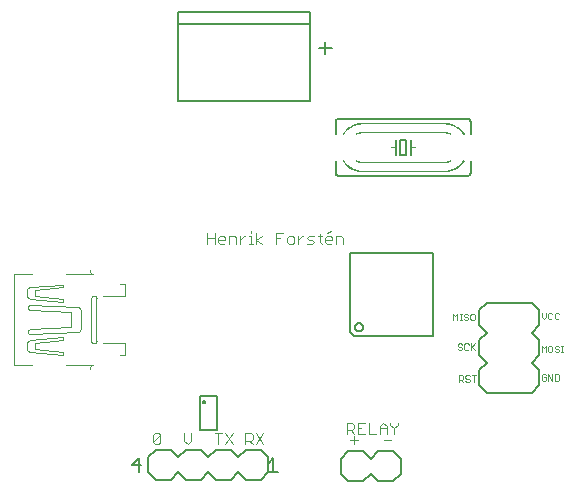
<source format=gto>
G75*
%MOIN*%
%OFA0B0*%
%FSLAX24Y24*%
%IPPOS*%
%LPD*%
%AMOC8*
5,1,8,0,0,1.08239X$1,22.5*
%
%ADD10C,0.0030*%
%ADD11C,0.0060*%
%ADD12C,0.0020*%
%ADD13C,0.0040*%
%ADD14C,0.0002*%
%ADD15C,0.0080*%
%ADD16C,0.0050*%
D10*
X006672Y002871D02*
X006611Y002932D01*
X006854Y003174D01*
X006854Y002932D01*
X006793Y002871D01*
X006672Y002871D01*
X006611Y002932D02*
X006611Y003174D01*
X006672Y003235D01*
X006793Y003235D01*
X006854Y003174D01*
X007635Y003235D02*
X007635Y002992D01*
X007756Y002871D01*
X007877Y002992D01*
X007877Y003235D01*
X008658Y003235D02*
X008901Y003235D01*
X009021Y003235D02*
X009263Y002871D01*
X009021Y002871D02*
X009263Y003235D01*
X009682Y003235D02*
X009682Y002871D01*
X009682Y002992D02*
X009864Y002992D01*
X009925Y003053D01*
X009925Y003174D01*
X009864Y003235D01*
X009682Y003235D01*
X009803Y002992D02*
X009925Y002871D01*
X010044Y002871D02*
X010287Y003235D01*
X010044Y003235D02*
X010287Y002871D01*
X008780Y002871D02*
X008780Y003235D01*
X013068Y003225D02*
X013068Y003589D01*
X013250Y003589D01*
X013310Y003529D01*
X013310Y003407D01*
X013250Y003347D01*
X013068Y003347D01*
X013189Y003347D02*
X013310Y003225D01*
X013307Y003135D02*
X013307Y002892D01*
X013186Y003014D02*
X013429Y003014D01*
X013430Y003225D02*
X013673Y003225D01*
X013793Y003225D02*
X014035Y003225D01*
X014155Y003225D02*
X014155Y003468D01*
X014277Y003589D01*
X014398Y003468D01*
X014398Y003225D01*
X014398Y003407D02*
X014155Y003407D01*
X014518Y003529D02*
X014639Y003407D01*
X014639Y003225D01*
X014639Y003407D02*
X014760Y003529D01*
X014760Y003589D01*
X014518Y003589D02*
X014518Y003529D01*
X014531Y003014D02*
X014288Y003014D01*
X013793Y003225D02*
X013793Y003589D01*
X013673Y003589D02*
X013430Y003589D01*
X013430Y003225D01*
X013430Y003407D02*
X013552Y003407D01*
X012948Y009564D02*
X012948Y009746D01*
X012887Y009806D01*
X012705Y009806D01*
X012705Y009564D01*
X012585Y009685D02*
X012343Y009685D01*
X012343Y009624D02*
X012343Y009746D01*
X012403Y009806D01*
X012525Y009806D01*
X012585Y009746D01*
X012585Y009685D01*
X012525Y009564D02*
X012403Y009564D01*
X012343Y009624D01*
X012222Y009564D02*
X012162Y009624D01*
X012162Y009867D01*
X012222Y009806D02*
X012101Y009806D01*
X011981Y009806D02*
X011799Y009806D01*
X011739Y009746D01*
X011799Y009685D01*
X011921Y009685D01*
X011981Y009624D01*
X011921Y009564D01*
X011739Y009564D01*
X011618Y009806D02*
X011558Y009806D01*
X011436Y009685D01*
X011436Y009564D02*
X011436Y009806D01*
X011317Y009746D02*
X011256Y009806D01*
X011135Y009806D01*
X011074Y009746D01*
X011074Y009624D01*
X011135Y009564D01*
X011256Y009564D01*
X011317Y009624D01*
X011317Y009746D01*
X010954Y009928D02*
X010711Y009928D01*
X010711Y009564D01*
X010711Y009746D02*
X010833Y009746D01*
X010229Y009806D02*
X010047Y009685D01*
X010229Y009564D01*
X010047Y009564D02*
X010047Y009928D01*
X009866Y009928D02*
X009866Y009988D01*
X009866Y009806D02*
X009866Y009564D01*
X009926Y009564D02*
X009805Y009564D01*
X009805Y009806D02*
X009866Y009806D01*
X009685Y009806D02*
X009624Y009806D01*
X009503Y009685D01*
X009503Y009564D02*
X009503Y009806D01*
X009383Y009746D02*
X009383Y009564D01*
X009383Y009746D02*
X009323Y009806D01*
X009141Y009806D01*
X009141Y009564D01*
X009021Y009685D02*
X008778Y009685D01*
X008778Y009624D02*
X008778Y009746D01*
X008839Y009806D01*
X008960Y009806D01*
X009021Y009746D01*
X009021Y009685D01*
X008960Y009564D02*
X008839Y009564D01*
X008778Y009624D01*
X008658Y009564D02*
X008658Y009928D01*
X008658Y009746D02*
X008415Y009746D01*
X008415Y009564D02*
X008415Y009928D01*
X012403Y009928D02*
X012525Y009988D01*
D11*
X013169Y009236D02*
X013169Y006616D01*
X013309Y006476D01*
X015929Y006476D01*
X015929Y009236D01*
X013169Y009236D01*
X013328Y006776D02*
X013330Y006799D01*
X013336Y006822D01*
X013345Y006843D01*
X013358Y006863D01*
X013374Y006880D01*
X013392Y006894D01*
X013412Y006905D01*
X013434Y006913D01*
X013457Y006917D01*
X013481Y006917D01*
X013504Y006913D01*
X013526Y006905D01*
X013546Y006894D01*
X013564Y006880D01*
X013580Y006863D01*
X013593Y006843D01*
X013602Y006822D01*
X013608Y006799D01*
X013610Y006776D01*
X013608Y006753D01*
X013602Y006730D01*
X013593Y006709D01*
X013580Y006689D01*
X013564Y006672D01*
X013546Y006658D01*
X013526Y006647D01*
X013504Y006639D01*
X013481Y006635D01*
X013457Y006635D01*
X013434Y006639D01*
X013412Y006647D01*
X013392Y006658D01*
X013374Y006672D01*
X013358Y006689D01*
X013345Y006709D01*
X013336Y006730D01*
X013330Y006753D01*
X013328Y006776D01*
X017486Y006834D02*
X017486Y007334D01*
X017736Y007584D01*
X019236Y007584D01*
X019486Y007334D01*
X019486Y006834D01*
X019236Y006584D01*
X019486Y006334D01*
X019486Y005834D01*
X019236Y005584D01*
X019486Y005334D01*
X019486Y004834D01*
X019236Y004584D01*
X017736Y004584D01*
X017486Y004834D01*
X017486Y005334D01*
X017736Y005584D01*
X017486Y005834D01*
X017486Y006334D01*
X017736Y006584D01*
X017486Y006834D01*
X017093Y011827D02*
X012793Y011827D01*
X012776Y011829D01*
X012759Y011833D01*
X012743Y011840D01*
X012729Y011850D01*
X012716Y011863D01*
X012706Y011877D01*
X012699Y011893D01*
X012695Y011910D01*
X012693Y011927D01*
X012693Y012327D01*
X012693Y013227D02*
X012693Y013627D01*
X012695Y013644D01*
X012699Y013661D01*
X012706Y013677D01*
X012716Y013691D01*
X012729Y013704D01*
X012743Y013714D01*
X012759Y013721D01*
X012776Y013725D01*
X012793Y013727D01*
X017093Y013727D01*
X017110Y013725D01*
X017127Y013721D01*
X017143Y013714D01*
X017157Y013704D01*
X017170Y013691D01*
X017180Y013677D01*
X017187Y013661D01*
X017191Y013644D01*
X017193Y013627D01*
X017193Y013227D01*
X017193Y012327D02*
X017193Y011927D01*
X017191Y011910D01*
X017187Y011893D01*
X017180Y011877D01*
X017170Y011863D01*
X017157Y011850D01*
X017143Y011840D01*
X017127Y011833D01*
X017110Y011829D01*
X017093Y011827D01*
X015193Y012527D02*
X015193Y012777D01*
X015193Y013027D01*
X015043Y013027D02*
X014843Y013027D01*
X014843Y012527D01*
X015043Y012527D01*
X015043Y013027D01*
X014693Y013027D02*
X014693Y012777D01*
X014693Y012527D01*
X012351Y015867D02*
X012351Y016294D01*
X012138Y016080D02*
X012565Y016080D01*
X010196Y002687D02*
X009696Y002687D01*
X009446Y002437D01*
X009196Y002687D01*
X008696Y002687D01*
X008446Y002437D01*
X008196Y002687D01*
X007696Y002687D01*
X007446Y002437D01*
X007196Y002687D01*
X006696Y002687D01*
X006446Y002437D01*
X006446Y001937D01*
X006696Y001687D01*
X007196Y001687D01*
X007446Y001937D01*
X007696Y001687D01*
X008196Y001687D01*
X008446Y001937D01*
X008696Y001687D01*
X009196Y001687D01*
X009446Y001937D01*
X009696Y001687D01*
X010196Y001687D01*
X010446Y001937D01*
X010446Y002437D01*
X010196Y002687D01*
D12*
X016606Y007000D02*
X016606Y007216D01*
X016678Y007144D01*
X016750Y007216D01*
X016750Y007000D01*
X016824Y007000D02*
X016896Y007000D01*
X016860Y007000D02*
X016860Y007216D01*
X016824Y007216D02*
X016896Y007216D01*
X016969Y007180D02*
X016969Y007144D01*
X017005Y007108D01*
X017077Y007108D01*
X017113Y007072D01*
X017113Y007036D01*
X017077Y007000D01*
X017005Y007000D01*
X016969Y007036D01*
X016969Y007180D02*
X017005Y007216D01*
X017077Y007216D01*
X017113Y007180D01*
X017186Y007180D02*
X017186Y007036D01*
X017222Y007000D01*
X017294Y007000D01*
X017330Y007036D01*
X017330Y007180D01*
X017294Y007216D01*
X017222Y007216D01*
X017186Y007180D01*
X017199Y006232D02*
X017199Y006016D01*
X017199Y006088D02*
X017343Y006232D01*
X017235Y006124D02*
X017343Y006016D01*
X017125Y006052D02*
X017089Y006016D01*
X017017Y006016D01*
X016981Y006052D01*
X016981Y006196D01*
X017017Y006232D01*
X017089Y006232D01*
X017125Y006196D01*
X016908Y006196D02*
X016872Y006232D01*
X016800Y006232D01*
X016764Y006196D01*
X016764Y006160D01*
X016800Y006124D01*
X016872Y006124D01*
X016908Y006088D01*
X016908Y006052D01*
X016872Y006016D01*
X016800Y006016D01*
X016764Y006052D01*
X016803Y005169D02*
X016911Y005169D01*
X016947Y005133D01*
X016947Y005061D01*
X016911Y005025D01*
X016803Y005025D01*
X016875Y005025D02*
X016947Y004953D01*
X017020Y004989D02*
X017056Y004953D01*
X017129Y004953D01*
X017165Y004989D01*
X017165Y005025D01*
X017129Y005061D01*
X017056Y005061D01*
X017020Y005097D01*
X017020Y005133D01*
X017056Y005169D01*
X017129Y005169D01*
X017165Y005133D01*
X017238Y005169D02*
X017382Y005169D01*
X017310Y005169D02*
X017310Y004953D01*
X016803Y004953D02*
X016803Y005169D01*
X019559Y005172D02*
X019559Y005028D01*
X019595Y004992D01*
X019667Y004992D01*
X019703Y005028D01*
X019703Y005100D01*
X019631Y005100D01*
X019703Y005172D02*
X019667Y005208D01*
X019595Y005208D01*
X019559Y005172D01*
X019776Y005208D02*
X019776Y004992D01*
X019921Y004992D02*
X019776Y005208D01*
X019921Y005208D02*
X019921Y004992D01*
X019994Y004992D02*
X020102Y004992D01*
X020138Y005028D01*
X020138Y005172D01*
X020102Y005208D01*
X019994Y005208D01*
X019994Y004992D01*
X020030Y005937D02*
X019994Y005973D01*
X020030Y005937D02*
X020102Y005937D01*
X020138Y005973D01*
X020138Y006009D01*
X020102Y006045D01*
X020030Y006045D01*
X019994Y006081D01*
X019994Y006117D01*
X020030Y006153D01*
X020102Y006153D01*
X020138Y006117D01*
X020211Y006153D02*
X020283Y006153D01*
X020247Y006153D02*
X020247Y005937D01*
X020211Y005937D02*
X020283Y005937D01*
X019921Y005973D02*
X019921Y006117D01*
X019885Y006153D01*
X019812Y006153D01*
X019776Y006117D01*
X019776Y005973D01*
X019812Y005937D01*
X019885Y005937D01*
X019921Y005973D01*
X019703Y005937D02*
X019703Y006153D01*
X019631Y006081D01*
X019559Y006153D01*
X019559Y005937D01*
X019631Y007039D02*
X019703Y007111D01*
X019703Y007256D01*
X019776Y007219D02*
X019776Y007075D01*
X019812Y007039D01*
X019885Y007039D01*
X019921Y007075D01*
X019994Y007075D02*
X020030Y007039D01*
X020102Y007039D01*
X020138Y007075D01*
X019994Y007075D02*
X019994Y007219D01*
X020030Y007256D01*
X020102Y007256D01*
X020138Y007219D01*
X019921Y007219D02*
X019885Y007256D01*
X019812Y007256D01*
X019776Y007219D01*
X019559Y007256D02*
X019559Y007111D01*
X019631Y007039D01*
X016293Y011977D02*
X013593Y011977D01*
X013593Y012277D02*
X016293Y012277D01*
X016293Y013277D02*
X013593Y013277D01*
X013593Y013577D02*
X016293Y013577D01*
X015343Y012777D02*
X015193Y012777D01*
X014693Y012777D02*
X014543Y012777D01*
D13*
X001983Y005517D02*
X001983Y005517D01*
X002575Y005517D01*
X002514Y005946D02*
X003597Y005864D01*
X003597Y005946D01*
X002657Y006048D01*
X002657Y006253D01*
X003597Y006355D01*
X003597Y006436D01*
X002514Y006334D01*
X002514Y006335D02*
X002495Y006331D01*
X002476Y006325D01*
X002459Y006315D01*
X002443Y006303D01*
X002430Y006288D01*
X002419Y006271D01*
X002412Y006253D01*
X002412Y006028D02*
X002419Y006010D01*
X002430Y005993D01*
X002443Y005978D01*
X002459Y005966D01*
X002476Y005956D01*
X002495Y005950D01*
X002514Y005946D01*
X002412Y006028D02*
X002403Y006065D01*
X002397Y006102D01*
X002395Y006140D01*
X002397Y006178D01*
X002403Y006215D01*
X002412Y006252D01*
X002514Y006539D02*
X004108Y006620D01*
X004126Y006623D01*
X004143Y006630D01*
X004158Y006639D01*
X004171Y006652D01*
X004180Y006667D01*
X004187Y006684D01*
X004190Y006702D01*
X004190Y007356D01*
X004187Y007374D01*
X004180Y007391D01*
X004171Y007406D01*
X004158Y007419D01*
X004143Y007428D01*
X004126Y007435D01*
X004108Y007438D01*
X002514Y007520D01*
X002498Y007518D01*
X002483Y007514D01*
X002468Y007506D01*
X002456Y007496D01*
X002446Y007484D01*
X002438Y007469D01*
X002434Y007454D01*
X002432Y007438D01*
X002432Y007438D01*
X002434Y007422D01*
X002438Y007407D01*
X002446Y007392D01*
X002456Y007380D01*
X002468Y007370D01*
X002483Y007362D01*
X002498Y007358D01*
X002514Y007356D01*
X003863Y007274D01*
X003863Y006784D01*
X002514Y006702D01*
X002498Y006700D01*
X002483Y006696D01*
X002468Y006688D01*
X002456Y006678D01*
X002446Y006666D01*
X002438Y006651D01*
X002434Y006636D01*
X002432Y006620D01*
X002434Y006604D01*
X002438Y006589D01*
X002446Y006574D01*
X002456Y006562D01*
X002468Y006552D01*
X002483Y006544D01*
X002498Y006540D01*
X002514Y006538D01*
X001983Y005517D02*
X001983Y008542D01*
X002575Y008542D01*
X002514Y008112D02*
X003597Y008194D01*
X003597Y008112D01*
X002657Y008010D01*
X002657Y007806D01*
X003597Y007704D01*
X003597Y007622D01*
X002514Y007724D01*
X002495Y007728D01*
X002476Y007734D01*
X002459Y007744D01*
X002443Y007756D01*
X002430Y007771D01*
X002419Y007788D01*
X002412Y007806D01*
X002412Y008031D02*
X002419Y008049D01*
X002430Y008066D01*
X002443Y008081D01*
X002459Y008093D01*
X002476Y008103D01*
X002495Y008109D01*
X002514Y008113D01*
X002412Y008030D02*
X002403Y007993D01*
X002397Y007956D01*
X002395Y007918D01*
X002397Y007880D01*
X002403Y007843D01*
X002412Y007806D01*
X003690Y008542D02*
X004599Y008542D01*
X004599Y008541D02*
X004583Y008543D01*
X004568Y008547D01*
X004553Y008555D01*
X004541Y008565D01*
X004531Y008577D01*
X004523Y008592D01*
X004519Y008607D01*
X004517Y008623D01*
X004517Y008685D01*
X004640Y007826D02*
X004640Y007826D01*
X004640Y007827D02*
X004656Y007825D01*
X004671Y007821D01*
X004686Y007813D01*
X004698Y007803D01*
X004708Y007791D01*
X004716Y007776D01*
X004720Y007761D01*
X004722Y007745D01*
X004721Y007744D02*
X004721Y006314D01*
X004722Y006314D02*
X004720Y006298D01*
X004716Y006283D01*
X004708Y006268D01*
X004698Y006256D01*
X004686Y006246D01*
X004671Y006238D01*
X004656Y006234D01*
X004640Y006232D01*
X004620Y006234D01*
X004601Y006240D01*
X004583Y006249D01*
X004568Y006262D01*
X004555Y006277D01*
X004546Y006295D01*
X004540Y006314D01*
X004538Y006334D01*
X004537Y006334D02*
X004537Y007724D01*
X004538Y007724D02*
X004540Y007744D01*
X004546Y007763D01*
X004555Y007781D01*
X004568Y007796D01*
X004583Y007809D01*
X004601Y007818D01*
X004620Y007824D01*
X004640Y007826D01*
X004926Y007826D02*
X005661Y007826D01*
X005682Y007826D02*
X005682Y008215D01*
X005661Y008215D02*
X005518Y008215D01*
X005661Y006232D02*
X004926Y006232D01*
X005518Y005844D02*
X005661Y005844D01*
X005682Y005844D02*
X005682Y006232D01*
X004599Y005517D02*
X003690Y005517D01*
X004517Y005435D02*
X004517Y005374D01*
X004517Y005435D02*
X004519Y005451D01*
X004523Y005466D01*
X004531Y005481D01*
X004541Y005493D01*
X004553Y005503D01*
X004568Y005511D01*
X004583Y005515D01*
X004599Y005517D01*
D14*
X012925Y012322D02*
X012940Y012332D01*
X012940Y012331D02*
X012972Y012287D01*
X013007Y012245D01*
X013046Y012206D01*
X013087Y012169D01*
X013130Y012136D01*
X013175Y012105D01*
X013223Y012078D01*
X013272Y012054D01*
X013323Y012033D01*
X013375Y012017D01*
X013429Y012003D01*
X013483Y011994D01*
X013537Y011988D01*
X013592Y011986D01*
X013593Y011969D01*
X013592Y011968D01*
X013536Y011970D01*
X013480Y011976D01*
X013425Y011986D01*
X013370Y011999D01*
X013317Y012016D01*
X013265Y012037D01*
X013215Y012062D01*
X013166Y012090D01*
X013119Y012121D01*
X013075Y012156D01*
X013033Y012193D01*
X012994Y012233D01*
X012958Y012276D01*
X012925Y012321D01*
X012926Y012322D01*
X012959Y012277D01*
X012995Y012234D01*
X013034Y012194D01*
X013076Y012156D01*
X013120Y012122D01*
X013167Y012091D01*
X013215Y012063D01*
X013266Y012038D01*
X013317Y012017D01*
X013371Y012000D01*
X013425Y011987D01*
X013480Y011977D01*
X013536Y011971D01*
X013592Y011969D01*
X013592Y011970D01*
X013536Y011972D01*
X013480Y011978D01*
X013425Y011988D01*
X013371Y012001D01*
X013318Y012018D01*
X013266Y012039D01*
X013216Y012064D01*
X013167Y012092D01*
X013121Y012123D01*
X013076Y012157D01*
X013035Y012194D01*
X012996Y012234D01*
X012959Y012277D01*
X012926Y012322D01*
X012927Y012323D01*
X012960Y012278D01*
X012996Y012235D01*
X013035Y012195D01*
X013077Y012158D01*
X013121Y012124D01*
X013168Y012092D01*
X013216Y012065D01*
X013266Y012040D01*
X013318Y012019D01*
X013371Y012002D01*
X013426Y011989D01*
X013481Y011979D01*
X013536Y011973D01*
X013592Y011971D01*
X013592Y011972D01*
X013536Y011974D01*
X013481Y011980D01*
X013426Y011990D01*
X013372Y012003D01*
X013318Y012020D01*
X013267Y012041D01*
X013217Y012065D01*
X013168Y012093D01*
X013122Y012124D01*
X013078Y012159D01*
X013036Y012196D01*
X012997Y012236D01*
X012961Y012278D01*
X012928Y012323D01*
X012929Y012324D01*
X012962Y012279D01*
X012998Y012236D01*
X013037Y012197D01*
X013078Y012159D01*
X013122Y012125D01*
X013169Y012094D01*
X013217Y012066D01*
X013267Y012042D01*
X013319Y012021D01*
X013372Y012004D01*
X013426Y011991D01*
X013481Y011981D01*
X013536Y011975D01*
X013592Y011973D01*
X013592Y011974D01*
X013536Y011976D01*
X013481Y011982D01*
X013426Y011992D01*
X013372Y012005D01*
X013319Y012022D01*
X013268Y012043D01*
X013217Y012067D01*
X013169Y012095D01*
X013123Y012126D01*
X013079Y012160D01*
X013037Y012197D01*
X012999Y012237D01*
X012963Y012280D01*
X012930Y012324D01*
X012930Y012325D01*
X012963Y012280D01*
X012999Y012238D01*
X013038Y012198D01*
X013080Y012161D01*
X013124Y012127D01*
X013170Y012096D01*
X013218Y012068D01*
X013268Y012044D01*
X013320Y012023D01*
X013372Y012006D01*
X013426Y011992D01*
X013481Y011983D01*
X013536Y011977D01*
X013592Y011975D01*
X013592Y011976D01*
X013537Y011978D01*
X013481Y011984D01*
X013427Y011993D01*
X013373Y012007D01*
X013320Y012024D01*
X013268Y012045D01*
X013218Y012069D01*
X013170Y012097D01*
X013124Y012128D01*
X013080Y012162D01*
X013039Y012199D01*
X013000Y012238D01*
X012964Y012281D01*
X012931Y012326D01*
X012932Y012326D01*
X012965Y012281D01*
X013001Y012239D01*
X013039Y012199D01*
X013081Y012162D01*
X013125Y012128D01*
X013171Y012098D01*
X013219Y012070D01*
X013269Y012046D01*
X013320Y012025D01*
X013373Y012008D01*
X013427Y011994D01*
X013481Y011985D01*
X013537Y011979D01*
X013592Y011977D01*
X013592Y011978D01*
X013537Y011980D01*
X013482Y011986D01*
X013427Y011995D01*
X013373Y012009D01*
X013321Y012026D01*
X013269Y012047D01*
X013219Y012071D01*
X013171Y012098D01*
X013125Y012129D01*
X013081Y012163D01*
X013040Y012200D01*
X013002Y012240D01*
X012966Y012282D01*
X012933Y012327D01*
X012934Y012327D01*
X012967Y012283D01*
X013002Y012240D01*
X013041Y012201D01*
X013082Y012164D01*
X013126Y012130D01*
X013172Y012099D01*
X013220Y012072D01*
X013270Y012047D01*
X013321Y012027D01*
X013374Y012010D01*
X013427Y011996D01*
X013482Y011987D01*
X013537Y011981D01*
X013592Y011979D01*
X013592Y011980D01*
X013537Y011982D01*
X013482Y011988D01*
X013427Y011997D01*
X013374Y012011D01*
X013321Y012028D01*
X013270Y012048D01*
X013220Y012073D01*
X013172Y012100D01*
X013126Y012131D01*
X013083Y012165D01*
X013042Y012202D01*
X013003Y012241D01*
X012967Y012283D01*
X012935Y012328D01*
X012968Y012284D01*
X013004Y012242D01*
X013042Y012202D01*
X013083Y012165D01*
X013127Y012132D01*
X013173Y012101D01*
X013221Y012073D01*
X013270Y012049D01*
X013322Y012029D01*
X013374Y012012D01*
X013428Y011998D01*
X013482Y011989D01*
X013537Y011983D01*
X013592Y011981D01*
X013592Y011982D01*
X013537Y011984D01*
X013482Y011990D01*
X013428Y011999D01*
X013374Y012013D01*
X013322Y012030D01*
X013271Y012050D01*
X013221Y012074D01*
X013173Y012102D01*
X013128Y012132D01*
X013084Y012166D01*
X013043Y012203D01*
X013005Y012242D01*
X012969Y012285D01*
X012936Y012329D01*
X012937Y012330D01*
X012970Y012285D01*
X013005Y012243D01*
X013044Y012204D01*
X013085Y012167D01*
X013128Y012133D01*
X013174Y012103D01*
X013222Y012075D01*
X013271Y012051D01*
X013322Y012031D01*
X013375Y012014D01*
X013428Y012000D01*
X013482Y011991D01*
X013537Y011985D01*
X013592Y011983D01*
X013592Y011984D01*
X013537Y011986D01*
X013482Y011992D01*
X013428Y012001D01*
X013375Y012015D01*
X013323Y012032D01*
X013272Y012052D01*
X013222Y012076D01*
X013174Y012103D01*
X013129Y012134D01*
X013085Y012168D01*
X013044Y012204D01*
X013006Y012244D01*
X012970Y012286D01*
X012938Y012330D01*
X012939Y012331D01*
X012971Y012286D01*
X013007Y012245D01*
X013045Y012205D01*
X013086Y012169D01*
X013129Y012135D01*
X013175Y012104D01*
X013223Y012077D01*
X013272Y012053D01*
X013323Y012032D01*
X013375Y012016D01*
X013428Y012002D01*
X013483Y011993D01*
X013537Y011987D01*
X013592Y011985D01*
X013592Y013585D02*
X013592Y013567D01*
X013592Y013568D02*
X013537Y013566D01*
X013483Y013560D01*
X013429Y013551D01*
X013375Y013537D01*
X013323Y013521D01*
X013272Y013500D01*
X013223Y013476D01*
X013175Y013449D01*
X013130Y013418D01*
X013087Y013385D01*
X013046Y013348D01*
X013007Y013309D01*
X012972Y013267D01*
X012940Y013223D01*
X012925Y013232D01*
X012925Y013233D01*
X012958Y013278D01*
X012994Y013321D01*
X013033Y013361D01*
X013075Y013398D01*
X013119Y013433D01*
X013166Y013464D01*
X013215Y013492D01*
X013265Y013517D01*
X013317Y013537D01*
X013370Y013555D01*
X013425Y013568D01*
X013480Y013578D01*
X013536Y013584D01*
X013592Y013586D01*
X013592Y013585D01*
X013536Y013583D01*
X013480Y013577D01*
X013425Y013567D01*
X013371Y013554D01*
X013317Y013537D01*
X013265Y013516D01*
X013215Y013491D01*
X013166Y013463D01*
X013120Y013432D01*
X013076Y013398D01*
X013034Y013360D01*
X012995Y013320D01*
X012959Y013277D01*
X012925Y013232D01*
X012926Y013232D01*
X012959Y013277D01*
X012996Y013320D01*
X013035Y013360D01*
X013076Y013397D01*
X013121Y013431D01*
X013167Y013462D01*
X013216Y013490D01*
X013266Y013515D01*
X013318Y013536D01*
X013371Y013553D01*
X013425Y013566D01*
X013480Y013576D01*
X013536Y013582D01*
X013592Y013584D01*
X013592Y013583D01*
X013536Y013581D01*
X013481Y013575D01*
X013425Y013565D01*
X013371Y013552D01*
X013318Y013535D01*
X013266Y013514D01*
X013216Y013489D01*
X013168Y013462D01*
X013121Y013430D01*
X013077Y013396D01*
X013035Y013359D01*
X012996Y013319D01*
X012960Y013276D01*
X012927Y013231D01*
X012928Y013231D01*
X012961Y013276D01*
X012997Y013318D01*
X013036Y013358D01*
X013078Y013395D01*
X013122Y013430D01*
X013168Y013461D01*
X013216Y013489D01*
X013267Y013513D01*
X013318Y013534D01*
X013372Y013551D01*
X013426Y013564D01*
X013481Y013574D01*
X013536Y013580D01*
X013592Y013582D01*
X013592Y013581D01*
X013536Y013579D01*
X013481Y013573D01*
X013426Y013563D01*
X013372Y013550D01*
X013319Y013533D01*
X013267Y013512D01*
X013217Y013488D01*
X013169Y013460D01*
X013122Y013429D01*
X013078Y013395D01*
X013037Y013357D01*
X012998Y013318D01*
X012962Y013275D01*
X012929Y013230D01*
X012930Y013229D01*
X012963Y013274D01*
X012999Y013317D01*
X013037Y013357D01*
X013079Y013394D01*
X013123Y013428D01*
X013169Y013459D01*
X013217Y013487D01*
X013267Y013511D01*
X013319Y013532D01*
X013372Y013549D01*
X013426Y013562D01*
X013481Y013572D01*
X013536Y013578D01*
X013592Y013580D01*
X013592Y013579D01*
X013536Y013577D01*
X013481Y013571D01*
X013426Y013561D01*
X013372Y013548D01*
X013319Y013531D01*
X013268Y013510D01*
X013218Y013486D01*
X013170Y013458D01*
X013123Y013427D01*
X013080Y013393D01*
X013038Y013356D01*
X012999Y013316D01*
X012963Y013274D01*
X012930Y013229D01*
X012931Y013228D01*
X012964Y013273D01*
X013000Y013316D01*
X013039Y013355D01*
X013080Y013392D01*
X013124Y013426D01*
X013170Y013457D01*
X013218Y013485D01*
X013268Y013509D01*
X013320Y013530D01*
X013373Y013547D01*
X013427Y013561D01*
X013481Y013570D01*
X013536Y013576D01*
X013592Y013578D01*
X013592Y013577D01*
X013537Y013575D01*
X013481Y013569D01*
X013427Y013560D01*
X013373Y013546D01*
X013320Y013529D01*
X013269Y013508D01*
X013219Y013484D01*
X013171Y013456D01*
X013125Y013426D01*
X013081Y013392D01*
X013039Y013355D01*
X013001Y013315D01*
X012965Y013272D01*
X012932Y013228D01*
X012933Y013227D01*
X012966Y013272D01*
X013002Y013314D01*
X013040Y013354D01*
X013081Y013391D01*
X013125Y013425D01*
X013171Y013456D01*
X013219Y013483D01*
X013269Y013507D01*
X013320Y013528D01*
X013373Y013545D01*
X013427Y013559D01*
X013481Y013568D01*
X013537Y013574D01*
X013592Y013576D01*
X013592Y013575D01*
X013537Y013573D01*
X013482Y013567D01*
X013427Y013558D01*
X013373Y013544D01*
X013321Y013527D01*
X013269Y013506D01*
X013220Y013482D01*
X013172Y013455D01*
X013126Y013424D01*
X013082Y013390D01*
X013041Y013353D01*
X013002Y013313D01*
X012966Y013271D01*
X012934Y013227D01*
X012935Y013226D01*
X012967Y013271D01*
X013003Y013313D01*
X013042Y013352D01*
X013083Y013389D01*
X013126Y013423D01*
X013172Y013454D01*
X013220Y013481D01*
X013270Y013506D01*
X013321Y013526D01*
X013374Y013543D01*
X013427Y013557D01*
X013482Y013566D01*
X013537Y013572D01*
X013592Y013574D01*
X013592Y013573D01*
X013537Y013571D01*
X013482Y013565D01*
X013428Y013556D01*
X013374Y013542D01*
X013322Y013525D01*
X013270Y013505D01*
X013221Y013481D01*
X013173Y013453D01*
X013127Y013422D01*
X013083Y013388D01*
X013042Y013352D01*
X013004Y013312D01*
X012968Y013270D01*
X012935Y013226D01*
X012936Y013225D01*
X012969Y013269D01*
X013004Y013311D01*
X013043Y013351D01*
X013084Y013388D01*
X013128Y013422D01*
X013173Y013452D01*
X013221Y013480D01*
X013271Y013504D01*
X013322Y013524D01*
X013374Y013541D01*
X013428Y013555D01*
X013482Y013564D01*
X013537Y013570D01*
X013592Y013572D01*
X013592Y013571D01*
X013537Y013569D01*
X013482Y013563D01*
X013428Y013554D01*
X013375Y013540D01*
X013322Y013523D01*
X013271Y013503D01*
X013222Y013479D01*
X013174Y013451D01*
X013128Y013421D01*
X013085Y013387D01*
X013044Y013350D01*
X013005Y013311D01*
X012970Y013269D01*
X012937Y013224D01*
X012938Y013224D01*
X012970Y013268D01*
X013006Y013310D01*
X013044Y013350D01*
X013085Y013386D01*
X013129Y013420D01*
X013174Y013451D01*
X013222Y013478D01*
X013272Y013502D01*
X013323Y013522D01*
X013375Y013539D01*
X013428Y013553D01*
X013482Y013562D01*
X013537Y013568D01*
X013592Y013570D01*
X013592Y013569D01*
X013537Y013567D01*
X013482Y013561D01*
X013428Y013552D01*
X013375Y013538D01*
X013323Y013522D01*
X013272Y013501D01*
X013223Y013477D01*
X013175Y013450D01*
X013129Y013419D01*
X013086Y013385D01*
X013045Y013349D01*
X013007Y013309D01*
X012971Y013268D01*
X012939Y013223D01*
X013373Y012319D02*
X013380Y012335D01*
X013420Y012317D01*
X013462Y012304D01*
X013505Y012294D01*
X013548Y012288D01*
X013592Y012286D01*
X013593Y012269D01*
X013592Y012268D01*
X013554Y012269D01*
X013516Y012274D01*
X013479Y012281D01*
X013443Y012291D01*
X013407Y012303D01*
X013372Y012318D01*
X013372Y012319D01*
X013407Y012304D01*
X013443Y012292D01*
X013479Y012282D01*
X013517Y012275D01*
X013554Y012270D01*
X013592Y012269D01*
X013592Y012270D01*
X013554Y012271D01*
X013517Y012276D01*
X013480Y012283D01*
X013443Y012293D01*
X013408Y012305D01*
X013373Y012320D01*
X013373Y012321D01*
X013408Y012306D01*
X013443Y012294D01*
X013480Y012284D01*
X013517Y012277D01*
X013554Y012272D01*
X013592Y012271D01*
X013592Y012272D01*
X013554Y012273D01*
X013517Y012278D01*
X013480Y012285D01*
X013444Y012295D01*
X013408Y012307D01*
X013374Y012322D01*
X013374Y012323D01*
X013409Y012308D01*
X013444Y012296D01*
X013480Y012286D01*
X013517Y012279D01*
X013554Y012274D01*
X013592Y012273D01*
X013592Y012274D01*
X013555Y012275D01*
X013517Y012280D01*
X013481Y012287D01*
X013444Y012296D01*
X013409Y012309D01*
X013375Y012324D01*
X013375Y012325D01*
X013409Y012310D01*
X013445Y012297D01*
X013481Y012288D01*
X013517Y012281D01*
X013555Y012276D01*
X013592Y012275D01*
X013592Y012276D01*
X013555Y012277D01*
X013518Y012282D01*
X013481Y012289D01*
X013445Y012298D01*
X013410Y012311D01*
X013376Y012326D01*
X013376Y012327D01*
X013410Y012312D01*
X013445Y012299D01*
X013481Y012290D01*
X013518Y012283D01*
X013555Y012278D01*
X013592Y012277D01*
X013592Y012278D01*
X013555Y012279D01*
X013518Y012284D01*
X013481Y012291D01*
X013446Y012300D01*
X013410Y012313D01*
X013376Y012327D01*
X013377Y012328D01*
X013411Y012314D01*
X013446Y012301D01*
X013482Y012292D01*
X013518Y012285D01*
X013555Y012280D01*
X013592Y012279D01*
X013592Y012280D01*
X013555Y012281D01*
X013518Y012286D01*
X013482Y012293D01*
X013446Y012302D01*
X013411Y012314D01*
X013377Y012329D01*
X013378Y012330D01*
X013418Y012313D01*
X013461Y012299D01*
X013504Y012289D01*
X013548Y012283D01*
X013592Y012281D01*
X013592Y012282D01*
X013548Y012284D01*
X013504Y012290D01*
X013461Y012300D01*
X013419Y012314D01*
X013378Y012331D01*
X013379Y012332D01*
X013419Y012315D01*
X013461Y012301D01*
X013504Y012291D01*
X013548Y012285D01*
X013592Y012283D01*
X013592Y012284D01*
X013548Y012286D01*
X013504Y012292D01*
X013461Y012302D01*
X013420Y012316D01*
X013379Y012333D01*
X013379Y012334D01*
X013420Y012316D01*
X013462Y012303D01*
X013505Y012293D01*
X013548Y012287D01*
X013592Y012285D01*
X013593Y013285D02*
X013593Y013267D01*
X013592Y013268D02*
X013548Y013266D01*
X013505Y013260D01*
X013462Y013250D01*
X013420Y013237D01*
X013380Y013219D01*
X013373Y013235D01*
X013372Y013236D01*
X013407Y013251D01*
X013443Y013263D01*
X013479Y013273D01*
X013516Y013280D01*
X013554Y013285D01*
X013592Y013286D01*
X013592Y013285D01*
X013554Y013284D01*
X013517Y013279D01*
X013479Y013272D01*
X013443Y013262D01*
X013407Y013250D01*
X013372Y013235D01*
X013373Y013234D01*
X013408Y013249D01*
X013443Y013261D01*
X013480Y013271D01*
X013517Y013278D01*
X013554Y013283D01*
X013592Y013284D01*
X013592Y013283D01*
X013554Y013282D01*
X013517Y013277D01*
X013480Y013270D01*
X013443Y013260D01*
X013408Y013248D01*
X013373Y013233D01*
X013374Y013232D01*
X013408Y013247D01*
X013444Y013259D01*
X013480Y013269D01*
X013517Y013276D01*
X013554Y013281D01*
X013592Y013282D01*
X013592Y013281D01*
X013554Y013280D01*
X013517Y013275D01*
X013480Y013268D01*
X013444Y013258D01*
X013409Y013246D01*
X013374Y013231D01*
X013375Y013230D01*
X013409Y013245D01*
X013444Y013258D01*
X013481Y013267D01*
X013517Y013274D01*
X013555Y013279D01*
X013592Y013280D01*
X013592Y013279D01*
X013555Y013278D01*
X013517Y013273D01*
X013481Y013266D01*
X013445Y013257D01*
X013409Y013244D01*
X013375Y013229D01*
X013376Y013228D01*
X013410Y013243D01*
X013445Y013256D01*
X013481Y013265D01*
X013518Y013272D01*
X013555Y013277D01*
X013592Y013278D01*
X013592Y013277D01*
X013555Y013276D01*
X013518Y013271D01*
X013481Y013264D01*
X013445Y013255D01*
X013410Y013242D01*
X013376Y013227D01*
X013410Y013241D01*
X013446Y013254D01*
X013481Y013263D01*
X013518Y013270D01*
X013555Y013275D01*
X013592Y013276D01*
X013592Y013275D01*
X013555Y013274D01*
X013518Y013269D01*
X013482Y013262D01*
X013446Y013253D01*
X013411Y013240D01*
X013377Y013226D01*
X013377Y013225D01*
X013411Y013240D01*
X013446Y013252D01*
X013482Y013261D01*
X013518Y013268D01*
X013555Y013273D01*
X013592Y013274D01*
X013592Y013273D01*
X013548Y013271D01*
X013504Y013265D01*
X013461Y013255D01*
X013418Y013241D01*
X013378Y013224D01*
X013378Y013223D01*
X013419Y013240D01*
X013461Y013254D01*
X013504Y013264D01*
X013548Y013270D01*
X013592Y013272D01*
X013592Y013271D01*
X013548Y013269D01*
X013504Y013263D01*
X013461Y013253D01*
X013419Y013239D01*
X013379Y013222D01*
X013379Y013221D01*
X013420Y013238D01*
X013461Y013252D01*
X013504Y013262D01*
X013548Y013268D01*
X013592Y013270D01*
X013592Y013269D01*
X013548Y013267D01*
X013505Y013261D01*
X013462Y013251D01*
X013420Y013238D01*
X013379Y013220D01*
X016293Y011969D02*
X016293Y011987D01*
X016293Y011986D02*
X016348Y011988D01*
X016402Y011994D01*
X016456Y012003D01*
X016510Y012017D01*
X016562Y012033D01*
X016613Y012054D01*
X016662Y012078D01*
X016710Y012105D01*
X016755Y012136D01*
X016798Y012169D01*
X016839Y012206D01*
X016878Y012245D01*
X016913Y012287D01*
X016945Y012331D01*
X016960Y012322D01*
X016960Y012321D01*
X016927Y012276D01*
X016891Y012233D01*
X016852Y012193D01*
X016810Y012156D01*
X016766Y012121D01*
X016719Y012090D01*
X016670Y012062D01*
X016620Y012037D01*
X016568Y012017D01*
X016515Y011999D01*
X016460Y011986D01*
X016405Y011976D01*
X016349Y011970D01*
X016293Y011968D01*
X016293Y011969D01*
X016349Y011971D01*
X016405Y011977D01*
X016460Y011987D01*
X016514Y012000D01*
X016568Y012017D01*
X016620Y012038D01*
X016670Y012063D01*
X016719Y012091D01*
X016765Y012122D01*
X016809Y012156D01*
X016851Y012194D01*
X016890Y012234D01*
X016926Y012277D01*
X016960Y012322D01*
X016959Y012322D01*
X016926Y012277D01*
X016889Y012234D01*
X016850Y012194D01*
X016809Y012157D01*
X016764Y012123D01*
X016718Y012092D01*
X016669Y012064D01*
X016619Y012039D01*
X016567Y012018D01*
X016514Y012001D01*
X016460Y011988D01*
X016405Y011978D01*
X016349Y011972D01*
X016293Y011970D01*
X016293Y011971D01*
X016349Y011973D01*
X016404Y011979D01*
X016459Y011989D01*
X016514Y012002D01*
X016567Y012019D01*
X016619Y012040D01*
X016669Y012065D01*
X016717Y012092D01*
X016764Y012124D01*
X016808Y012158D01*
X016850Y012195D01*
X016889Y012235D01*
X016925Y012278D01*
X016958Y012323D01*
X016957Y012323D01*
X016924Y012278D01*
X016888Y012236D01*
X016849Y012196D01*
X016807Y012159D01*
X016763Y012124D01*
X016717Y012093D01*
X016669Y012065D01*
X016618Y012041D01*
X016567Y012020D01*
X016513Y012003D01*
X016459Y011990D01*
X016404Y011980D01*
X016349Y011974D01*
X016293Y011972D01*
X016293Y011973D01*
X016349Y011975D01*
X016404Y011981D01*
X016459Y011991D01*
X016513Y012004D01*
X016566Y012021D01*
X016618Y012042D01*
X016668Y012066D01*
X016716Y012094D01*
X016763Y012125D01*
X016807Y012159D01*
X016848Y012197D01*
X016887Y012236D01*
X016923Y012279D01*
X016956Y012324D01*
X016955Y012325D01*
X016922Y012280D01*
X016886Y012237D01*
X016848Y012197D01*
X016806Y012160D01*
X016762Y012126D01*
X016716Y012095D01*
X016668Y012067D01*
X016618Y012043D01*
X016566Y012022D01*
X016513Y012005D01*
X016459Y011992D01*
X016404Y011982D01*
X016349Y011976D01*
X016293Y011974D01*
X016293Y011975D01*
X016349Y011977D01*
X016404Y011983D01*
X016459Y011993D01*
X016513Y012006D01*
X016566Y012023D01*
X016617Y012044D01*
X016667Y012068D01*
X016715Y012096D01*
X016762Y012127D01*
X016805Y012161D01*
X016847Y012198D01*
X016886Y012238D01*
X016922Y012280D01*
X016955Y012325D01*
X016954Y012326D01*
X016921Y012281D01*
X016885Y012238D01*
X016846Y012199D01*
X016805Y012162D01*
X016761Y012128D01*
X016715Y012097D01*
X016667Y012069D01*
X016617Y012045D01*
X016565Y012024D01*
X016512Y012007D01*
X016458Y011993D01*
X016404Y011984D01*
X016349Y011978D01*
X016293Y011976D01*
X016293Y011977D01*
X016348Y011979D01*
X016404Y011985D01*
X016458Y011994D01*
X016512Y012008D01*
X016565Y012025D01*
X016616Y012046D01*
X016666Y012070D01*
X016714Y012098D01*
X016760Y012128D01*
X016804Y012162D01*
X016846Y012199D01*
X016884Y012239D01*
X016920Y012281D01*
X016953Y012326D01*
X016952Y012327D01*
X016919Y012282D01*
X016883Y012240D01*
X016845Y012200D01*
X016804Y012163D01*
X016760Y012129D01*
X016714Y012098D01*
X016666Y012071D01*
X016616Y012047D01*
X016564Y012026D01*
X016512Y012009D01*
X016458Y011995D01*
X016403Y011986D01*
X016348Y011980D01*
X016293Y011978D01*
X016293Y011979D01*
X016348Y011981D01*
X016403Y011987D01*
X016458Y011996D01*
X016512Y012010D01*
X016564Y012027D01*
X016615Y012048D01*
X016665Y012072D01*
X016713Y012099D01*
X016759Y012130D01*
X016803Y012164D01*
X016844Y012201D01*
X016883Y012240D01*
X016918Y012283D01*
X016951Y012327D01*
X016950Y012328D01*
X016918Y012283D01*
X016882Y012241D01*
X016843Y012202D01*
X016802Y012165D01*
X016759Y012131D01*
X016713Y012100D01*
X016665Y012073D01*
X016615Y012048D01*
X016564Y012028D01*
X016511Y012011D01*
X016458Y011997D01*
X016403Y011988D01*
X016348Y011982D01*
X016293Y011980D01*
X016293Y011981D01*
X016348Y011983D01*
X016403Y011989D01*
X016457Y011998D01*
X016511Y012012D01*
X016563Y012029D01*
X016615Y012049D01*
X016664Y012073D01*
X016712Y012101D01*
X016758Y012132D01*
X016802Y012166D01*
X016843Y012202D01*
X016881Y012242D01*
X016917Y012284D01*
X016950Y012328D01*
X016949Y012329D01*
X016916Y012285D01*
X016881Y012243D01*
X016842Y012203D01*
X016801Y012166D01*
X016757Y012132D01*
X016712Y012102D01*
X016664Y012074D01*
X016614Y012050D01*
X016563Y012030D01*
X016511Y012013D01*
X016457Y011999D01*
X016403Y011990D01*
X016348Y011984D01*
X016293Y011982D01*
X016293Y011983D01*
X016348Y011985D01*
X016403Y011991D01*
X016457Y012000D01*
X016510Y012014D01*
X016563Y012031D01*
X016614Y012051D01*
X016663Y012075D01*
X016711Y012103D01*
X016757Y012133D01*
X016800Y012167D01*
X016841Y012204D01*
X016880Y012243D01*
X016915Y012285D01*
X016948Y012330D01*
X016947Y012330D01*
X016915Y012286D01*
X016879Y012244D01*
X016841Y012204D01*
X016800Y012168D01*
X016756Y012134D01*
X016711Y012103D01*
X016663Y012076D01*
X016613Y012052D01*
X016562Y012032D01*
X016510Y012015D01*
X016457Y012001D01*
X016403Y011992D01*
X016348Y011986D01*
X016293Y011984D01*
X016293Y011985D01*
X016348Y011987D01*
X016403Y011993D01*
X016457Y012002D01*
X016510Y012016D01*
X016562Y012032D01*
X016613Y012053D01*
X016662Y012077D01*
X016710Y012104D01*
X016756Y012135D01*
X016799Y012169D01*
X016840Y012205D01*
X016878Y012245D01*
X016914Y012286D01*
X016946Y012331D01*
X016961Y013232D02*
X016946Y013222D01*
X016946Y013223D02*
X016914Y013267D01*
X016879Y013309D01*
X016840Y013348D01*
X016799Y013385D01*
X016756Y013418D01*
X016711Y013449D01*
X016663Y013476D01*
X016614Y013500D01*
X016563Y013521D01*
X016511Y013537D01*
X016457Y013551D01*
X016403Y013560D01*
X016349Y013566D01*
X016294Y013568D01*
X016293Y013585D01*
X016294Y013586D01*
X016350Y013584D01*
X016406Y013578D01*
X016461Y013568D01*
X016516Y013555D01*
X016569Y013538D01*
X016621Y013517D01*
X016671Y013492D01*
X016720Y013464D01*
X016767Y013433D01*
X016811Y013398D01*
X016853Y013361D01*
X016892Y013321D01*
X016928Y013278D01*
X016961Y013233D01*
X016960Y013232D01*
X016927Y013277D01*
X016891Y013320D01*
X016852Y013360D01*
X016810Y013398D01*
X016766Y013432D01*
X016719Y013463D01*
X016671Y013491D01*
X016620Y013516D01*
X016569Y013537D01*
X016515Y013554D01*
X016461Y013567D01*
X016406Y013577D01*
X016350Y013583D01*
X016294Y013585D01*
X016294Y013584D01*
X016350Y013582D01*
X016406Y013576D01*
X016461Y013566D01*
X016515Y013553D01*
X016568Y013536D01*
X016620Y013515D01*
X016670Y013490D01*
X016719Y013462D01*
X016765Y013431D01*
X016810Y013397D01*
X016851Y013360D01*
X016890Y013320D01*
X016927Y013277D01*
X016960Y013232D01*
X016959Y013231D01*
X016926Y013276D01*
X016890Y013319D01*
X016851Y013359D01*
X016809Y013396D01*
X016765Y013430D01*
X016718Y013462D01*
X016670Y013489D01*
X016620Y013514D01*
X016568Y013535D01*
X016515Y013552D01*
X016460Y013565D01*
X016405Y013575D01*
X016350Y013581D01*
X016294Y013583D01*
X016294Y013582D01*
X016350Y013580D01*
X016405Y013574D01*
X016460Y013564D01*
X016514Y013551D01*
X016568Y013534D01*
X016619Y013513D01*
X016669Y013489D01*
X016718Y013461D01*
X016764Y013430D01*
X016808Y013395D01*
X016850Y013358D01*
X016889Y013318D01*
X016925Y013276D01*
X016958Y013231D01*
X016957Y013230D01*
X016924Y013275D01*
X016888Y013318D01*
X016849Y013357D01*
X016808Y013395D01*
X016764Y013429D01*
X016717Y013460D01*
X016669Y013488D01*
X016619Y013512D01*
X016567Y013533D01*
X016514Y013550D01*
X016460Y013563D01*
X016405Y013573D01*
X016350Y013579D01*
X016294Y013581D01*
X016294Y013580D01*
X016350Y013578D01*
X016405Y013572D01*
X016460Y013562D01*
X016514Y013549D01*
X016567Y013532D01*
X016618Y013511D01*
X016669Y013487D01*
X016717Y013459D01*
X016763Y013428D01*
X016807Y013394D01*
X016849Y013357D01*
X016887Y013317D01*
X016923Y013274D01*
X016956Y013230D01*
X016956Y013229D01*
X016923Y013274D01*
X016887Y013316D01*
X016848Y013356D01*
X016806Y013393D01*
X016762Y013427D01*
X016716Y013458D01*
X016668Y013486D01*
X016618Y013510D01*
X016566Y013531D01*
X016514Y013548D01*
X016460Y013562D01*
X016405Y013571D01*
X016350Y013577D01*
X016294Y013579D01*
X016294Y013578D01*
X016349Y013576D01*
X016405Y013570D01*
X016459Y013561D01*
X016513Y013547D01*
X016566Y013530D01*
X016618Y013509D01*
X016668Y013485D01*
X016716Y013457D01*
X016762Y013426D01*
X016806Y013392D01*
X016847Y013355D01*
X016886Y013316D01*
X016922Y013273D01*
X016955Y013228D01*
X016954Y013228D01*
X016921Y013273D01*
X016885Y013315D01*
X016847Y013355D01*
X016805Y013392D01*
X016761Y013426D01*
X016715Y013456D01*
X016667Y013484D01*
X016617Y013508D01*
X016566Y013529D01*
X016513Y013546D01*
X016459Y013560D01*
X016405Y013569D01*
X016349Y013575D01*
X016294Y013577D01*
X016294Y013576D01*
X016349Y013574D01*
X016404Y013568D01*
X016459Y013559D01*
X016513Y013545D01*
X016565Y013528D01*
X016617Y013507D01*
X016667Y013483D01*
X016715Y013456D01*
X016761Y013425D01*
X016805Y013391D01*
X016846Y013354D01*
X016884Y013314D01*
X016920Y013272D01*
X016953Y013227D01*
X016952Y013227D01*
X016919Y013271D01*
X016884Y013314D01*
X016845Y013353D01*
X016804Y013390D01*
X016760Y013424D01*
X016714Y013455D01*
X016666Y013482D01*
X016616Y013507D01*
X016565Y013527D01*
X016512Y013544D01*
X016459Y013558D01*
X016404Y013567D01*
X016349Y013573D01*
X016294Y013575D01*
X016294Y013574D01*
X016349Y013572D01*
X016404Y013566D01*
X016459Y013557D01*
X016512Y013543D01*
X016565Y013526D01*
X016616Y013506D01*
X016666Y013481D01*
X016714Y013454D01*
X016760Y013423D01*
X016803Y013389D01*
X016844Y013352D01*
X016883Y013313D01*
X016919Y013271D01*
X016951Y013226D01*
X016918Y013270D01*
X016882Y013312D01*
X016844Y013352D01*
X016803Y013389D01*
X016759Y013422D01*
X016713Y013453D01*
X016665Y013481D01*
X016616Y013505D01*
X016564Y013525D01*
X016512Y013542D01*
X016458Y013556D01*
X016404Y013565D01*
X016349Y013571D01*
X016294Y013573D01*
X016294Y013572D01*
X016349Y013570D01*
X016404Y013564D01*
X016458Y013555D01*
X016512Y013541D01*
X016564Y013524D01*
X016615Y013504D01*
X016665Y013480D01*
X016713Y013452D01*
X016758Y013422D01*
X016802Y013388D01*
X016843Y013351D01*
X016881Y013312D01*
X016917Y013269D01*
X016950Y013225D01*
X016949Y013224D01*
X016916Y013269D01*
X016881Y013311D01*
X016842Y013350D01*
X016801Y013387D01*
X016758Y013421D01*
X016712Y013451D01*
X016664Y013479D01*
X016615Y013503D01*
X016564Y013523D01*
X016511Y013540D01*
X016458Y013554D01*
X016404Y013563D01*
X016349Y013569D01*
X016294Y013571D01*
X016294Y013570D01*
X016349Y013568D01*
X016404Y013562D01*
X016458Y013553D01*
X016511Y013539D01*
X016563Y013522D01*
X016614Y013502D01*
X016664Y013478D01*
X016712Y013451D01*
X016757Y013420D01*
X016801Y013386D01*
X016842Y013350D01*
X016880Y013310D01*
X016916Y013268D01*
X016948Y013224D01*
X016947Y013223D01*
X016915Y013268D01*
X016879Y013309D01*
X016841Y013349D01*
X016800Y013385D01*
X016757Y013419D01*
X016711Y013450D01*
X016663Y013477D01*
X016614Y013501D01*
X016563Y013522D01*
X016511Y013538D01*
X016458Y013552D01*
X016403Y013561D01*
X016349Y013567D01*
X016294Y013569D01*
X016513Y013235D02*
X016506Y013219D01*
X016466Y013237D01*
X016424Y013250D01*
X016381Y013260D01*
X016338Y013266D01*
X016294Y013268D01*
X016293Y013285D01*
X016294Y013286D01*
X016332Y013285D01*
X016370Y013280D01*
X016407Y013273D01*
X016443Y013263D01*
X016479Y013251D01*
X016514Y013236D01*
X016514Y013235D01*
X016479Y013250D01*
X016443Y013262D01*
X016407Y013272D01*
X016369Y013279D01*
X016332Y013284D01*
X016294Y013285D01*
X016294Y013284D01*
X016332Y013283D01*
X016369Y013278D01*
X016406Y013271D01*
X016443Y013261D01*
X016478Y013249D01*
X016513Y013234D01*
X016513Y013233D01*
X016478Y013248D01*
X016443Y013260D01*
X016406Y013270D01*
X016369Y013277D01*
X016332Y013282D01*
X016294Y013283D01*
X016294Y013282D01*
X016332Y013281D01*
X016369Y013276D01*
X016406Y013269D01*
X016442Y013259D01*
X016478Y013247D01*
X016512Y013232D01*
X016512Y013231D01*
X016477Y013246D01*
X016442Y013258D01*
X016406Y013268D01*
X016369Y013275D01*
X016332Y013280D01*
X016294Y013281D01*
X016294Y013280D01*
X016331Y013279D01*
X016369Y013274D01*
X016405Y013267D01*
X016442Y013258D01*
X016477Y013245D01*
X016511Y013230D01*
X016511Y013229D01*
X016477Y013244D01*
X016441Y013257D01*
X016405Y013266D01*
X016369Y013273D01*
X016331Y013278D01*
X016294Y013279D01*
X016294Y013278D01*
X016331Y013277D01*
X016368Y013272D01*
X016405Y013265D01*
X016441Y013256D01*
X016476Y013243D01*
X016510Y013228D01*
X016510Y013227D01*
X016476Y013242D01*
X016441Y013255D01*
X016405Y013264D01*
X016368Y013271D01*
X016331Y013276D01*
X016294Y013277D01*
X016294Y013276D01*
X016331Y013275D01*
X016368Y013270D01*
X016405Y013263D01*
X016440Y013254D01*
X016476Y013241D01*
X016510Y013227D01*
X016509Y013226D01*
X016475Y013240D01*
X016440Y013253D01*
X016404Y013262D01*
X016368Y013269D01*
X016331Y013274D01*
X016294Y013275D01*
X016294Y013274D01*
X016331Y013273D01*
X016368Y013268D01*
X016404Y013261D01*
X016440Y013252D01*
X016475Y013240D01*
X016509Y013225D01*
X016508Y013224D01*
X016468Y013241D01*
X016425Y013255D01*
X016382Y013265D01*
X016338Y013271D01*
X016294Y013273D01*
X016294Y013272D01*
X016338Y013270D01*
X016382Y013264D01*
X016425Y013254D01*
X016467Y013240D01*
X016508Y013223D01*
X016507Y013222D01*
X016467Y013239D01*
X016425Y013253D01*
X016382Y013263D01*
X016338Y013269D01*
X016294Y013271D01*
X016294Y013270D01*
X016338Y013268D01*
X016382Y013262D01*
X016425Y013252D01*
X016466Y013238D01*
X016507Y013221D01*
X016507Y013220D01*
X016466Y013238D01*
X016424Y013251D01*
X016381Y013261D01*
X016338Y013267D01*
X016294Y013269D01*
X016293Y012269D02*
X016293Y012287D01*
X016294Y012286D02*
X016338Y012288D01*
X016381Y012294D01*
X016424Y012304D01*
X016466Y012317D01*
X016506Y012335D01*
X016513Y012319D01*
X016514Y012318D01*
X016479Y012303D01*
X016443Y012291D01*
X016407Y012281D01*
X016370Y012274D01*
X016332Y012269D01*
X016294Y012268D01*
X016294Y012269D01*
X016332Y012270D01*
X016369Y012275D01*
X016407Y012282D01*
X016443Y012292D01*
X016479Y012304D01*
X016514Y012319D01*
X016513Y012320D01*
X016478Y012305D01*
X016443Y012293D01*
X016406Y012283D01*
X016369Y012276D01*
X016332Y012271D01*
X016294Y012270D01*
X016294Y012271D01*
X016332Y012272D01*
X016369Y012277D01*
X016406Y012284D01*
X016443Y012294D01*
X016478Y012306D01*
X016513Y012321D01*
X016512Y012322D01*
X016478Y012307D01*
X016442Y012295D01*
X016406Y012285D01*
X016369Y012278D01*
X016332Y012273D01*
X016294Y012272D01*
X016294Y012273D01*
X016332Y012274D01*
X016369Y012279D01*
X016406Y012286D01*
X016442Y012296D01*
X016477Y012308D01*
X016512Y012323D01*
X016511Y012324D01*
X016477Y012309D01*
X016442Y012296D01*
X016405Y012287D01*
X016369Y012280D01*
X016331Y012275D01*
X016294Y012274D01*
X016294Y012275D01*
X016331Y012276D01*
X016369Y012281D01*
X016405Y012288D01*
X016441Y012297D01*
X016477Y012310D01*
X016511Y012325D01*
X016510Y012326D01*
X016476Y012311D01*
X016441Y012298D01*
X016405Y012289D01*
X016368Y012282D01*
X016331Y012277D01*
X016294Y012276D01*
X016294Y012277D01*
X016331Y012278D01*
X016368Y012283D01*
X016405Y012290D01*
X016441Y012299D01*
X016476Y012312D01*
X016510Y012327D01*
X016476Y012313D01*
X016440Y012300D01*
X016405Y012291D01*
X016368Y012284D01*
X016331Y012279D01*
X016294Y012278D01*
X016294Y012279D01*
X016331Y012280D01*
X016368Y012285D01*
X016404Y012292D01*
X016440Y012301D01*
X016475Y012314D01*
X016509Y012328D01*
X016509Y012329D01*
X016475Y012314D01*
X016440Y012302D01*
X016404Y012293D01*
X016368Y012286D01*
X016331Y012281D01*
X016294Y012280D01*
X016294Y012281D01*
X016338Y012283D01*
X016382Y012289D01*
X016425Y012299D01*
X016468Y012313D01*
X016508Y012330D01*
X016508Y012331D01*
X016467Y012314D01*
X016425Y012300D01*
X016382Y012290D01*
X016338Y012284D01*
X016294Y012282D01*
X016294Y012283D01*
X016338Y012285D01*
X016382Y012291D01*
X016425Y012301D01*
X016467Y012315D01*
X016507Y012332D01*
X016507Y012333D01*
X016466Y012316D01*
X016425Y012302D01*
X016382Y012292D01*
X016338Y012286D01*
X016294Y012284D01*
X016294Y012285D01*
X016338Y012287D01*
X016381Y012293D01*
X016424Y012303D01*
X016466Y012316D01*
X016507Y012334D01*
D15*
X011832Y014313D02*
X011832Y016872D01*
X007423Y016872D01*
X007423Y017265D01*
X011832Y017265D01*
X011832Y016872D01*
X011832Y014313D02*
X007423Y014313D01*
X007423Y016872D01*
X008171Y004490D02*
X008171Y003348D01*
X008722Y003348D01*
X008722Y004490D01*
X008171Y004490D01*
X008270Y004293D02*
X008272Y004305D01*
X008277Y004316D01*
X008286Y004325D01*
X008297Y004330D01*
X008309Y004332D01*
X008321Y004330D01*
X008332Y004325D01*
X008341Y004316D01*
X008346Y004305D01*
X008348Y004293D01*
X008346Y004281D01*
X008341Y004270D01*
X008332Y004261D01*
X008321Y004256D01*
X008309Y004254D01*
X008297Y004256D01*
X008286Y004261D01*
X008277Y004270D01*
X008272Y004281D01*
X008270Y004293D01*
X012868Y002397D02*
X012868Y001897D01*
X013118Y001647D01*
X013618Y001647D01*
X013868Y001897D01*
X014118Y001647D01*
X014618Y001647D01*
X014868Y001897D01*
X014868Y002397D01*
X014618Y002647D01*
X014118Y002647D01*
X013868Y002397D01*
X013618Y002647D01*
X013118Y002647D01*
X012868Y002397D01*
D16*
X010761Y001962D02*
X010461Y001962D01*
X010611Y001962D02*
X010611Y002412D01*
X010461Y002262D01*
X006211Y002187D02*
X005911Y002187D01*
X006136Y002412D01*
X006136Y001962D01*
M02*

</source>
